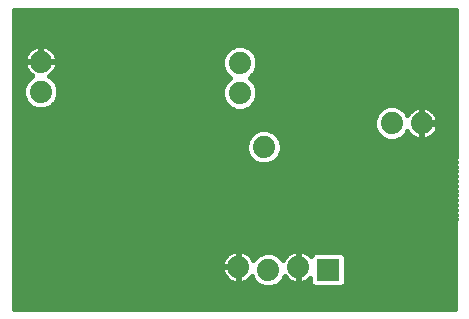
<source format=gbl>
G75*
%MOIN*%
%OFA0B0*%
%FSLAX25Y25*%
%IPPOS*%
%LPD*%
%AMOC8*
5,1,8,0,0,1.08239X$1,22.5*
%
%ADD10R,0.07400X0.07400*%
%ADD11C,0.07400*%
%ADD12C,0.06496*%
%ADD13C,0.01600*%
D10*
X0126524Y0019646D03*
D11*
X0116524Y0020646D03*
X0106524Y0019646D03*
X0096524Y0020646D03*
X0105146Y0060658D03*
X0097076Y0078611D03*
X0097076Y0088611D03*
X0147666Y0068532D03*
X0157666Y0068532D03*
X0030737Y0079005D03*
X0030737Y0089005D03*
D12*
X0043335Y0101406D03*
X0127194Y0066170D03*
X0111446Y0036446D03*
X0078375Y0019517D03*
X0162824Y0028178D03*
X0155146Y0099044D03*
X0135265Y0098847D03*
D13*
X0021784Y0106212D02*
X0021683Y0006563D01*
X0168972Y0006601D01*
X0169035Y0106186D01*
X0021784Y0106212D01*
X0021783Y0105191D02*
X0169034Y0105191D01*
X0169033Y0103592D02*
X0021782Y0103592D01*
X0021780Y0101994D02*
X0169032Y0101994D01*
X0169031Y0100395D02*
X0021779Y0100395D01*
X0021777Y0098797D02*
X0169030Y0098797D01*
X0169029Y0097198D02*
X0021775Y0097198D01*
X0021774Y0095600D02*
X0169028Y0095600D01*
X0169027Y0094001D02*
X0099479Y0094001D01*
X0100418Y0093613D02*
X0098249Y0094511D01*
X0095902Y0094511D01*
X0093734Y0093613D01*
X0092074Y0091953D01*
X0091176Y0089785D01*
X0091176Y0087437D01*
X0092074Y0085269D01*
X0093732Y0083611D01*
X0092074Y0081953D01*
X0091176Y0079785D01*
X0091176Y0077437D01*
X0092074Y0075269D01*
X0093734Y0073609D01*
X0095902Y0072711D01*
X0098249Y0072711D01*
X0100418Y0073609D01*
X0102077Y0075269D01*
X0102976Y0077437D01*
X0102976Y0079785D01*
X0102077Y0081953D01*
X0100419Y0083611D01*
X0102077Y0085269D01*
X0102976Y0087437D01*
X0102976Y0089785D01*
X0102077Y0091953D01*
X0100418Y0093613D01*
X0101628Y0092403D02*
X0169026Y0092403D01*
X0169025Y0090804D02*
X0102553Y0090804D01*
X0102976Y0089206D02*
X0169024Y0089206D01*
X0169023Y0087607D02*
X0102976Y0087607D01*
X0102384Y0086009D02*
X0169022Y0086009D01*
X0169021Y0084410D02*
X0101219Y0084410D01*
X0101219Y0082812D02*
X0169020Y0082812D01*
X0169019Y0081213D02*
X0102384Y0081213D01*
X0102976Y0079615D02*
X0169018Y0079615D01*
X0169017Y0078016D02*
X0102976Y0078016D01*
X0102553Y0076418D02*
X0169016Y0076418D01*
X0169015Y0074819D02*
X0101628Y0074819D01*
X0099480Y0073221D02*
X0144011Y0073221D01*
X0144324Y0073534D02*
X0142664Y0071874D01*
X0141766Y0069706D01*
X0141766Y0067359D01*
X0142664Y0065190D01*
X0144324Y0063530D01*
X0146493Y0062632D01*
X0148840Y0062632D01*
X0151008Y0063530D01*
X0152668Y0065190D01*
X0152905Y0065762D01*
X0152962Y0065650D01*
X0153471Y0064949D01*
X0154083Y0064337D01*
X0154784Y0063828D01*
X0155555Y0063435D01*
X0156378Y0063168D01*
X0157233Y0063032D01*
X0157466Y0063032D01*
X0157466Y0068332D01*
X0157866Y0068332D01*
X0157866Y0063032D01*
X0158099Y0063032D01*
X0158954Y0063168D01*
X0159777Y0063435D01*
X0160549Y0063828D01*
X0161249Y0064337D01*
X0161861Y0064949D01*
X0162370Y0065650D01*
X0162763Y0066421D01*
X0163031Y0067244D01*
X0163166Y0068099D01*
X0163166Y0068332D01*
X0157866Y0068332D01*
X0157866Y0068732D01*
X0163166Y0068732D01*
X0163166Y0068965D01*
X0163031Y0069820D01*
X0162763Y0070644D01*
X0162370Y0071415D01*
X0161861Y0072115D01*
X0161249Y0072727D01*
X0160549Y0073236D01*
X0159777Y0073629D01*
X0158954Y0073897D01*
X0158099Y0074032D01*
X0157866Y0074032D01*
X0157866Y0068732D01*
X0157466Y0068732D01*
X0157466Y0074032D01*
X0157233Y0074032D01*
X0156378Y0073897D01*
X0155555Y0073629D01*
X0154784Y0073236D01*
X0154083Y0072727D01*
X0153471Y0072115D01*
X0152962Y0071415D01*
X0152905Y0071302D01*
X0152668Y0071874D01*
X0151008Y0073534D01*
X0148840Y0074432D01*
X0146493Y0074432D01*
X0144324Y0073534D01*
X0142560Y0071622D02*
X0021749Y0071622D01*
X0021748Y0070024D02*
X0141898Y0070024D01*
X0141766Y0068425D02*
X0021746Y0068425D01*
X0021744Y0066827D02*
X0141986Y0066827D01*
X0142649Y0065228D02*
X0108920Y0065228D01*
X0108489Y0065660D02*
X0106320Y0066558D01*
X0103973Y0066558D01*
X0101804Y0065660D01*
X0100145Y0064000D01*
X0099246Y0061832D01*
X0099246Y0059485D01*
X0100145Y0057316D01*
X0101804Y0055656D01*
X0103973Y0054758D01*
X0106320Y0054758D01*
X0108489Y0055656D01*
X0110148Y0057316D01*
X0111046Y0059485D01*
X0111046Y0061832D01*
X0110148Y0064000D01*
X0108489Y0065660D01*
X0110302Y0063630D02*
X0144225Y0063630D01*
X0151107Y0063630D02*
X0155173Y0063630D01*
X0157466Y0063630D02*
X0157866Y0063630D01*
X0157866Y0065228D02*
X0157466Y0065228D01*
X0157466Y0066827D02*
X0157866Y0066827D01*
X0157866Y0068425D02*
X0169011Y0068425D01*
X0169010Y0066827D02*
X0162895Y0066827D01*
X0162064Y0065228D02*
X0169009Y0065228D01*
X0169008Y0063630D02*
X0160159Y0063630D01*
X0153268Y0065228D02*
X0152684Y0065228D01*
X0157466Y0070024D02*
X0157866Y0070024D01*
X0157866Y0071622D02*
X0157466Y0071622D01*
X0157466Y0073221D02*
X0157866Y0073221D01*
X0154762Y0073221D02*
X0151322Y0073221D01*
X0152772Y0071622D02*
X0153113Y0071622D01*
X0160570Y0073221D02*
X0169014Y0073221D01*
X0169013Y0071622D02*
X0162220Y0071622D01*
X0162965Y0070024D02*
X0169012Y0070024D01*
X0169007Y0062031D02*
X0110964Y0062031D01*
X0111046Y0060433D02*
X0169006Y0060433D01*
X0169005Y0058834D02*
X0110777Y0058834D01*
X0110068Y0057236D02*
X0169004Y0057236D01*
X0169003Y0055637D02*
X0108442Y0055637D01*
X0101851Y0055637D02*
X0021733Y0055637D01*
X0021734Y0057236D02*
X0100225Y0057236D01*
X0099516Y0058834D02*
X0021736Y0058834D01*
X0021738Y0060433D02*
X0099246Y0060433D01*
X0099329Y0062031D02*
X0021739Y0062031D01*
X0021741Y0063630D02*
X0099991Y0063630D01*
X0101373Y0065228D02*
X0021743Y0065228D01*
X0021751Y0073221D02*
X0029283Y0073221D01*
X0029563Y0073105D02*
X0031911Y0073105D01*
X0034079Y0074003D01*
X0035739Y0075663D01*
X0036637Y0077831D01*
X0036637Y0080178D01*
X0035739Y0082347D01*
X0034079Y0084006D01*
X0033507Y0084243D01*
X0033620Y0084301D01*
X0034320Y0084810D01*
X0034932Y0085422D01*
X0035441Y0086122D01*
X0035834Y0086893D01*
X0036102Y0087717D01*
X0036237Y0088572D01*
X0036237Y0088805D01*
X0030937Y0088805D01*
X0030937Y0089205D01*
X0030537Y0089205D01*
X0030537Y0094505D01*
X0030304Y0094505D01*
X0029449Y0094369D01*
X0028626Y0094102D01*
X0027854Y0093709D01*
X0027154Y0093200D01*
X0026542Y0092588D01*
X0026033Y0091887D01*
X0025640Y0091116D01*
X0025372Y0090293D01*
X0025237Y0089438D01*
X0025237Y0089205D01*
X0030537Y0089205D01*
X0030537Y0088805D01*
X0025237Y0088805D01*
X0025237Y0088572D01*
X0025372Y0087717D01*
X0025640Y0086893D01*
X0026033Y0086122D01*
X0026542Y0085422D01*
X0027154Y0084810D01*
X0027854Y0084301D01*
X0027967Y0084243D01*
X0027395Y0084006D01*
X0025735Y0082347D01*
X0024837Y0080178D01*
X0024837Y0077831D01*
X0025735Y0075663D01*
X0027395Y0074003D01*
X0029563Y0073105D01*
X0032191Y0073221D02*
X0094671Y0073221D01*
X0092523Y0074819D02*
X0034895Y0074819D01*
X0036052Y0076418D02*
X0091598Y0076418D01*
X0091176Y0078016D02*
X0036637Y0078016D01*
X0036637Y0079615D02*
X0091176Y0079615D01*
X0091767Y0081213D02*
X0036208Y0081213D01*
X0035274Y0082812D02*
X0092933Y0082812D01*
X0092932Y0084410D02*
X0033771Y0084410D01*
X0035359Y0086009D02*
X0091767Y0086009D01*
X0091176Y0087607D02*
X0036066Y0087607D01*
X0036237Y0089205D02*
X0030937Y0089205D01*
X0030937Y0094505D01*
X0031170Y0094505D01*
X0032025Y0094369D01*
X0032848Y0094102D01*
X0033620Y0093709D01*
X0034320Y0093200D01*
X0034932Y0092588D01*
X0035441Y0091887D01*
X0035834Y0091116D01*
X0036102Y0090293D01*
X0036237Y0089438D01*
X0036237Y0089205D01*
X0036237Y0089206D02*
X0091176Y0089206D01*
X0091598Y0090804D02*
X0035935Y0090804D01*
X0035066Y0092403D02*
X0092524Y0092403D01*
X0094672Y0094001D02*
X0033045Y0094001D01*
X0030937Y0094001D02*
X0030537Y0094001D01*
X0030537Y0092403D02*
X0030937Y0092403D01*
X0030937Y0090804D02*
X0030537Y0090804D01*
X0030537Y0089206D02*
X0030937Y0089206D01*
X0028429Y0094001D02*
X0021772Y0094001D01*
X0021770Y0092403D02*
X0026408Y0092403D01*
X0025539Y0090804D02*
X0021769Y0090804D01*
X0021767Y0089206D02*
X0025237Y0089206D01*
X0025408Y0087607D02*
X0021765Y0087607D01*
X0021764Y0086009D02*
X0026115Y0086009D01*
X0027703Y0084410D02*
X0021762Y0084410D01*
X0021761Y0082812D02*
X0026200Y0082812D01*
X0025266Y0081213D02*
X0021759Y0081213D01*
X0021757Y0079615D02*
X0024837Y0079615D01*
X0024837Y0078016D02*
X0021756Y0078016D01*
X0021754Y0076418D02*
X0025422Y0076418D01*
X0026579Y0074819D02*
X0021752Y0074819D01*
X0021731Y0054039D02*
X0169002Y0054039D01*
X0169001Y0052440D02*
X0021730Y0052440D01*
X0021728Y0050842D02*
X0169000Y0050842D01*
X0168999Y0049243D02*
X0021726Y0049243D01*
X0021725Y0047645D02*
X0168998Y0047645D01*
X0168997Y0046046D02*
X0021723Y0046046D01*
X0021721Y0044448D02*
X0168996Y0044448D01*
X0168995Y0042849D02*
X0021720Y0042849D01*
X0021718Y0041251D02*
X0168994Y0041251D01*
X0168993Y0039652D02*
X0021717Y0039652D01*
X0021715Y0038054D02*
X0168992Y0038054D01*
X0168991Y0036455D02*
X0021713Y0036455D01*
X0021712Y0034856D02*
X0168990Y0034856D01*
X0168989Y0033258D02*
X0021710Y0033258D01*
X0021708Y0031659D02*
X0168988Y0031659D01*
X0168987Y0030061D02*
X0021707Y0030061D01*
X0021705Y0028462D02*
X0168986Y0028462D01*
X0168985Y0026864D02*
X0021703Y0026864D01*
X0021702Y0025265D02*
X0093525Y0025265D01*
X0093642Y0025350D02*
X0092941Y0024842D01*
X0092329Y0024229D01*
X0091820Y0023529D01*
X0091427Y0022758D01*
X0091160Y0021934D01*
X0091024Y0021079D01*
X0091024Y0020846D01*
X0096324Y0020846D01*
X0096324Y0020446D01*
X0091024Y0020446D01*
X0091024Y0020214D01*
X0091160Y0019359D01*
X0091427Y0018535D01*
X0091820Y0017764D01*
X0092329Y0017063D01*
X0092941Y0016451D01*
X0093642Y0015942D01*
X0094413Y0015549D01*
X0095236Y0015282D01*
X0096092Y0015146D01*
X0096324Y0015146D01*
X0096324Y0020446D01*
X0096724Y0020446D01*
X0096724Y0015146D01*
X0096957Y0015146D01*
X0097812Y0015282D01*
X0098636Y0015549D01*
X0099407Y0015942D01*
X0100107Y0016451D01*
X0100720Y0017063D01*
X0101031Y0017492D01*
X0101523Y0016304D01*
X0103182Y0014645D01*
X0105351Y0013746D01*
X0107698Y0013746D01*
X0109866Y0014645D01*
X0111526Y0016304D01*
X0112018Y0017492D01*
X0112329Y0017063D01*
X0112941Y0016451D01*
X0113642Y0015942D01*
X0114413Y0015549D01*
X0115236Y0015282D01*
X0116092Y0015146D01*
X0116324Y0015146D01*
X0116324Y0020446D01*
X0116724Y0020446D01*
X0116724Y0015146D01*
X0116957Y0015146D01*
X0117812Y0015282D01*
X0118636Y0015549D01*
X0119407Y0015942D01*
X0120107Y0016451D01*
X0120624Y0016968D01*
X0120624Y0015035D01*
X0121913Y0013746D01*
X0131136Y0013746D01*
X0132424Y0015035D01*
X0132424Y0024258D01*
X0131136Y0025546D01*
X0121913Y0025546D01*
X0120658Y0024291D01*
X0120107Y0024842D01*
X0119407Y0025350D01*
X0118636Y0025743D01*
X0117812Y0026011D01*
X0116957Y0026146D01*
X0116724Y0026146D01*
X0116724Y0020847D01*
X0116324Y0020847D01*
X0116324Y0026146D01*
X0116092Y0026146D01*
X0115236Y0026011D01*
X0114413Y0025743D01*
X0113642Y0025350D01*
X0112941Y0024842D01*
X0112329Y0024229D01*
X0111820Y0023529D01*
X0111535Y0022968D01*
X0111526Y0022989D01*
X0109866Y0024648D01*
X0107698Y0025546D01*
X0105351Y0025546D01*
X0103182Y0024648D01*
X0101523Y0022989D01*
X0101514Y0022968D01*
X0101228Y0023529D01*
X0100720Y0024229D01*
X0100107Y0024842D01*
X0099407Y0025350D01*
X0098636Y0025743D01*
X0097812Y0026011D01*
X0096957Y0026146D01*
X0096724Y0026146D01*
X0096724Y0020847D01*
X0096324Y0020847D01*
X0096324Y0026146D01*
X0096092Y0026146D01*
X0095236Y0026011D01*
X0094413Y0025743D01*
X0093642Y0025350D01*
X0096324Y0025265D02*
X0096724Y0025265D01*
X0096724Y0023667D02*
X0096324Y0023667D01*
X0096324Y0022068D02*
X0096724Y0022068D01*
X0096324Y0020470D02*
X0021697Y0020470D01*
X0021695Y0018871D02*
X0091318Y0018871D01*
X0092177Y0017273D02*
X0021694Y0017273D01*
X0021692Y0015674D02*
X0094168Y0015674D01*
X0096324Y0015674D02*
X0096724Y0015674D01*
X0096724Y0017273D02*
X0096324Y0017273D01*
X0096324Y0018871D02*
X0096724Y0018871D01*
X0098881Y0015674D02*
X0102153Y0015674D01*
X0101121Y0017273D02*
X0100872Y0017273D01*
X0104556Y0014076D02*
X0021690Y0014076D01*
X0021689Y0012477D02*
X0168976Y0012477D01*
X0168975Y0010879D02*
X0021687Y0010879D01*
X0021686Y0009280D02*
X0168974Y0009280D01*
X0168973Y0007682D02*
X0021684Y0007682D01*
X0021699Y0022068D02*
X0091203Y0022068D01*
X0091921Y0023667D02*
X0021700Y0023667D01*
X0099524Y0025265D02*
X0104672Y0025265D01*
X0102201Y0023667D02*
X0101128Y0023667D01*
X0108376Y0025265D02*
X0113525Y0025265D01*
X0111921Y0023667D02*
X0110848Y0023667D01*
X0116324Y0023667D02*
X0116724Y0023667D01*
X0116724Y0025265D02*
X0116324Y0025265D01*
X0116324Y0022068D02*
X0116724Y0022068D01*
X0119524Y0025265D02*
X0121632Y0025265D01*
X0116724Y0018871D02*
X0116324Y0018871D01*
X0116324Y0017273D02*
X0116724Y0017273D01*
X0116724Y0015674D02*
X0116324Y0015674D01*
X0114168Y0015674D02*
X0110896Y0015674D01*
X0111927Y0017273D02*
X0112177Y0017273D01*
X0108493Y0014076D02*
X0121584Y0014076D01*
X0120624Y0015674D02*
X0118881Y0015674D01*
X0131465Y0014076D02*
X0168977Y0014076D01*
X0168978Y0015674D02*
X0132424Y0015674D01*
X0132424Y0017273D02*
X0168979Y0017273D01*
X0168980Y0018871D02*
X0132424Y0018871D01*
X0132424Y0020470D02*
X0168981Y0020470D01*
X0168982Y0022068D02*
X0132424Y0022068D01*
X0132424Y0023667D02*
X0168983Y0023667D01*
X0168984Y0025265D02*
X0131417Y0025265D01*
M02*

</source>
